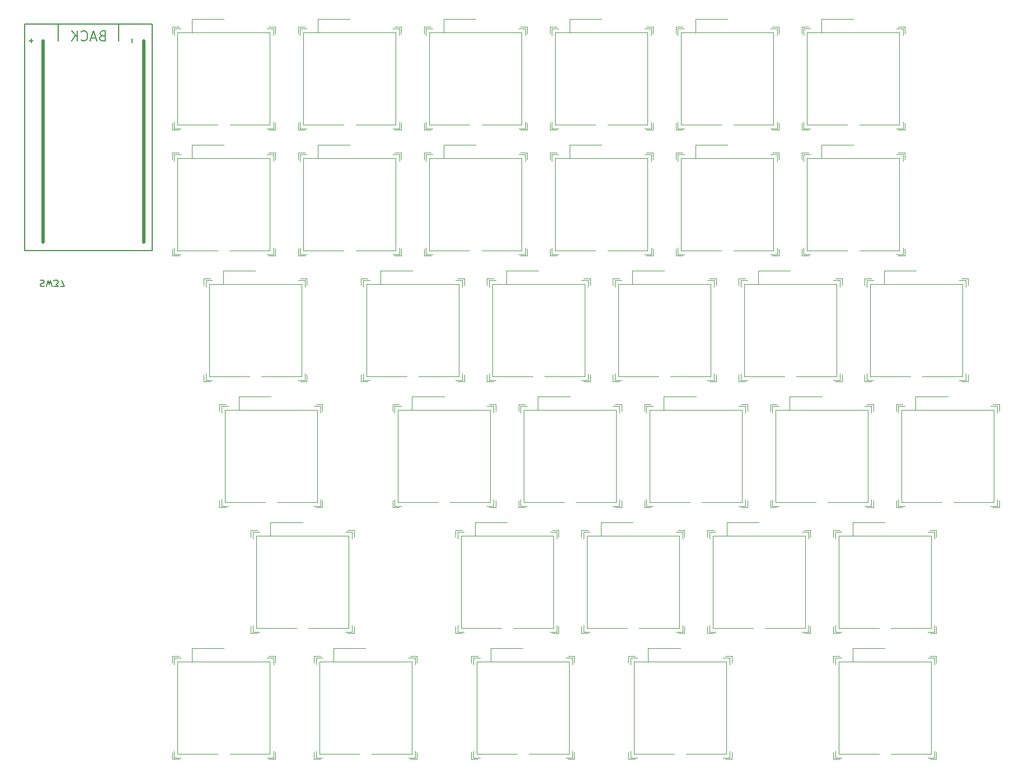
<source format=gbr>
%TF.GenerationSoftware,KiCad,Pcbnew,8.0.6*%
%TF.CreationDate,2025-05-11T12:33:19+09:00*%
%TF.ProjectId,65_split_left,36355f73-706c-4697-945f-6c6566742e6b,rev?*%
%TF.SameCoordinates,PX12f0318PYf8a778*%
%TF.FileFunction,Legend,Bot*%
%TF.FilePolarity,Positive*%
%FSLAX46Y46*%
G04 Gerber Fmt 4.6, Leading zero omitted, Abs format (unit mm)*
G04 Created by KiCad (PCBNEW 8.0.6) date 2025-05-11 12:33:19*
%MOMM*%
%LPD*%
G01*
G04 APERTURE LIST*
%ADD10C,0.200000*%
%ADD11C,0.150000*%
%ADD12C,0.120000*%
%ADD13C,0.500000*%
G04 APERTURE END LIST*
D10*
X14537714Y-3072814D02*
X14323428Y-3144242D01*
X14323428Y-3144242D02*
X14251999Y-3215671D01*
X14251999Y-3215671D02*
X14180571Y-3358528D01*
X14180571Y-3358528D02*
X14180571Y-3572814D01*
X14180571Y-3572814D02*
X14251999Y-3715671D01*
X14251999Y-3715671D02*
X14323428Y-3787100D01*
X14323428Y-3787100D02*
X14466285Y-3858528D01*
X14466285Y-3858528D02*
X15037714Y-3858528D01*
X15037714Y-3858528D02*
X15037714Y-2358528D01*
X15037714Y-2358528D02*
X14537714Y-2358528D01*
X14537714Y-2358528D02*
X14394857Y-2429957D01*
X14394857Y-2429957D02*
X14323428Y-2501385D01*
X14323428Y-2501385D02*
X14251999Y-2644242D01*
X14251999Y-2644242D02*
X14251999Y-2787100D01*
X14251999Y-2787100D02*
X14323428Y-2929957D01*
X14323428Y-2929957D02*
X14394857Y-3001385D01*
X14394857Y-3001385D02*
X14537714Y-3072814D01*
X14537714Y-3072814D02*
X15037714Y-3072814D01*
X13609142Y-3429957D02*
X12894857Y-3429957D01*
X13751999Y-3858528D02*
X13251999Y-2358528D01*
X13251999Y-2358528D02*
X12751999Y-3858528D01*
X11394857Y-3715671D02*
X11466285Y-3787100D01*
X11466285Y-3787100D02*
X11680571Y-3858528D01*
X11680571Y-3858528D02*
X11823428Y-3858528D01*
X11823428Y-3858528D02*
X12037714Y-3787100D01*
X12037714Y-3787100D02*
X12180571Y-3644242D01*
X12180571Y-3644242D02*
X12252000Y-3501385D01*
X12252000Y-3501385D02*
X12323428Y-3215671D01*
X12323428Y-3215671D02*
X12323428Y-3001385D01*
X12323428Y-3001385D02*
X12252000Y-2715671D01*
X12252000Y-2715671D02*
X12180571Y-2572814D01*
X12180571Y-2572814D02*
X12037714Y-2429957D01*
X12037714Y-2429957D02*
X11823428Y-2358528D01*
X11823428Y-2358528D02*
X11680571Y-2358528D01*
X11680571Y-2358528D02*
X11466285Y-2429957D01*
X11466285Y-2429957D02*
X11394857Y-2501385D01*
X10752000Y-3858528D02*
X10752000Y-2358528D01*
X9894857Y-3858528D02*
X10537714Y-3001385D01*
X9894857Y-2358528D02*
X10752000Y-3215671D01*
D11*
X3808466Y-4114761D02*
X3808466Y-3505238D01*
X3503704Y-3809999D02*
X4113228Y-3809999D01*
X19048466Y-4114761D02*
X19048466Y-3505238D01*
X5190476Y-40092800D02*
X5333333Y-40045180D01*
X5333333Y-40045180D02*
X5571428Y-40045180D01*
X5571428Y-40045180D02*
X5666666Y-40092800D01*
X5666666Y-40092800D02*
X5714285Y-40140419D01*
X5714285Y-40140419D02*
X5761904Y-40235657D01*
X5761904Y-40235657D02*
X5761904Y-40330895D01*
X5761904Y-40330895D02*
X5714285Y-40426133D01*
X5714285Y-40426133D02*
X5666666Y-40473752D01*
X5666666Y-40473752D02*
X5571428Y-40521371D01*
X5571428Y-40521371D02*
X5380952Y-40568990D01*
X5380952Y-40568990D02*
X5285714Y-40616609D01*
X5285714Y-40616609D02*
X5238095Y-40664228D01*
X5238095Y-40664228D02*
X5190476Y-40759466D01*
X5190476Y-40759466D02*
X5190476Y-40854704D01*
X5190476Y-40854704D02*
X5238095Y-40949942D01*
X5238095Y-40949942D02*
X5285714Y-40997561D01*
X5285714Y-40997561D02*
X5380952Y-41045180D01*
X5380952Y-41045180D02*
X5619047Y-41045180D01*
X5619047Y-41045180D02*
X5761904Y-40997561D01*
X6095238Y-41045180D02*
X6333333Y-40045180D01*
X6333333Y-40045180D02*
X6523809Y-40759466D01*
X6523809Y-40759466D02*
X6714285Y-40045180D01*
X6714285Y-40045180D02*
X6952381Y-41045180D01*
X7238095Y-41045180D02*
X7857142Y-41045180D01*
X7857142Y-41045180D02*
X7523809Y-40664228D01*
X7523809Y-40664228D02*
X7666666Y-40664228D01*
X7666666Y-40664228D02*
X7761904Y-40616609D01*
X7761904Y-40616609D02*
X7809523Y-40568990D01*
X7809523Y-40568990D02*
X7857142Y-40473752D01*
X7857142Y-40473752D02*
X7857142Y-40235657D01*
X7857142Y-40235657D02*
X7809523Y-40140419D01*
X7809523Y-40140419D02*
X7761904Y-40092800D01*
X7761904Y-40092800D02*
X7666666Y-40045180D01*
X7666666Y-40045180D02*
X7380952Y-40045180D01*
X7380952Y-40045180D02*
X7285714Y-40092800D01*
X7285714Y-40092800D02*
X7238095Y-40140419D01*
X8190476Y-41045180D02*
X8857142Y-41045180D01*
X8857142Y-41045180D02*
X8428571Y-40045180D01*
D12*
%TO.C,SW32*%
X70392750Y-97975000D02*
X70392750Y-96975000D01*
X70392750Y-111575000D02*
X70392750Y-112575000D01*
X70692750Y-98275000D02*
X70692750Y-97275000D01*
X70692750Y-111350000D02*
X70692750Y-112350000D01*
X71207750Y-97790000D02*
X85177750Y-97790000D01*
X71207750Y-111760000D02*
X71207750Y-97790000D01*
X71392750Y-96975000D02*
X70392750Y-96975000D01*
X71392750Y-112575000D02*
X70392750Y-112575000D01*
X71692750Y-97275000D02*
X70692750Y-97275000D01*
X71692750Y-112350000D02*
X70692750Y-112350000D01*
X73332750Y-97775000D02*
X73332750Y-95775000D01*
X77292750Y-111760000D02*
X71207750Y-111760000D01*
X78192750Y-95775000D02*
X73332750Y-95775000D01*
X84692750Y-97275000D02*
X85692750Y-97275000D01*
X84692750Y-112350000D02*
X85692750Y-112350000D01*
X84992750Y-96975000D02*
X85992750Y-96975000D01*
X84992750Y-112575000D02*
X85992750Y-112575000D01*
X85177750Y-97790000D02*
X85177750Y-111760000D01*
X85177750Y-111760000D02*
X79092750Y-111760000D01*
X85692750Y-98275000D02*
X85692750Y-97275000D01*
X85692750Y-111350000D02*
X85692750Y-112350000D01*
X85992750Y-97975000D02*
X85992750Y-96975000D01*
X85992750Y-111575000D02*
X85992750Y-112575000D01*
%TO.C,SW28*%
X106111500Y-78925000D02*
X106111500Y-77925000D01*
X106111500Y-92525000D02*
X106111500Y-93525000D01*
X106411500Y-79225000D02*
X106411500Y-78225000D01*
X106411500Y-92300000D02*
X106411500Y-93300000D01*
X106926500Y-78740000D02*
X120896500Y-78740000D01*
X106926500Y-92710000D02*
X106926500Y-78740000D01*
X107111500Y-77925000D02*
X106111500Y-77925000D01*
X107111500Y-93525000D02*
X106111500Y-93525000D01*
X107411500Y-78225000D02*
X106411500Y-78225000D01*
X107411500Y-93300000D02*
X106411500Y-93300000D01*
X109051500Y-78725000D02*
X109051500Y-76725000D01*
X113011500Y-92710000D02*
X106926500Y-92710000D01*
X113911500Y-76725000D02*
X109051500Y-76725000D01*
X120411500Y-78225000D02*
X121411500Y-78225000D01*
X120411500Y-93300000D02*
X121411500Y-93300000D01*
X120711500Y-77925000D02*
X121711500Y-77925000D01*
X120711500Y-93525000D02*
X121711500Y-93525000D01*
X120896500Y-78740000D02*
X120896500Y-92710000D01*
X120896500Y-92710000D02*
X114811500Y-92710000D01*
X121411500Y-79225000D02*
X121411500Y-78225000D01*
X121411500Y-92300000D02*
X121411500Y-93300000D01*
X121711500Y-78925000D02*
X121711500Y-77925000D01*
X121711500Y-92525000D02*
X121711500Y-93525000D01*
%TO.C,SW11*%
X101349000Y-21775000D02*
X101349000Y-20775000D01*
X101349000Y-35375000D02*
X101349000Y-36375000D01*
X101649000Y-22075000D02*
X101649000Y-21075000D01*
X101649000Y-35150000D02*
X101649000Y-36150000D01*
X102164000Y-21590000D02*
X116134000Y-21590000D01*
X102164000Y-35560000D02*
X102164000Y-21590000D01*
X102349000Y-20775000D02*
X101349000Y-20775000D01*
X102349000Y-36375000D02*
X101349000Y-36375000D01*
X102649000Y-21075000D02*
X101649000Y-21075000D01*
X102649000Y-36150000D02*
X101649000Y-36150000D01*
X104289000Y-21575000D02*
X104289000Y-19575000D01*
X108249000Y-35560000D02*
X102164000Y-35560000D01*
X109149000Y-19575000D02*
X104289000Y-19575000D01*
X115649000Y-21075000D02*
X116649000Y-21075000D01*
X115649000Y-36150000D02*
X116649000Y-36150000D01*
X115949000Y-20775000D02*
X116949000Y-20775000D01*
X115949000Y-36375000D02*
X116949000Y-36375000D01*
X116134000Y-21590000D02*
X116134000Y-35560000D01*
X116134000Y-35560000D02*
X110049000Y-35560000D01*
X116649000Y-22075000D02*
X116649000Y-21075000D01*
X116649000Y-35150000D02*
X116649000Y-36150000D01*
X116949000Y-21775000D02*
X116949000Y-20775000D01*
X116949000Y-35375000D02*
X116949000Y-36375000D01*
%TO.C,SW20*%
X58486500Y-59875000D02*
X58486500Y-58875000D01*
X58486500Y-73475000D02*
X58486500Y-74475000D01*
X58786500Y-60175000D02*
X58786500Y-59175000D01*
X58786500Y-73250000D02*
X58786500Y-74250000D01*
X59301500Y-59690000D02*
X73271500Y-59690000D01*
X59301500Y-73660000D02*
X59301500Y-59690000D01*
X59486500Y-58875000D02*
X58486500Y-58875000D01*
X59486500Y-74475000D02*
X58486500Y-74475000D01*
X59786500Y-59175000D02*
X58786500Y-59175000D01*
X59786500Y-74250000D02*
X58786500Y-74250000D01*
X61426500Y-59675000D02*
X61426500Y-57675000D01*
X65386500Y-73660000D02*
X59301500Y-73660000D01*
X66286500Y-57675000D02*
X61426500Y-57675000D01*
X72786500Y-59175000D02*
X73786500Y-59175000D01*
X72786500Y-74250000D02*
X73786500Y-74250000D01*
X73086500Y-58875000D02*
X74086500Y-58875000D01*
X73086500Y-74475000D02*
X74086500Y-74475000D01*
X73271500Y-59690000D02*
X73271500Y-73660000D01*
X73271500Y-73660000D02*
X67186500Y-73660000D01*
X73786500Y-60175000D02*
X73786500Y-59175000D01*
X73786500Y-73250000D02*
X73786500Y-74250000D01*
X74086500Y-59875000D02*
X74086500Y-58875000D01*
X74086500Y-73475000D02*
X74086500Y-74475000D01*
%TO.C,SW9*%
X63249000Y-21775000D02*
X63249000Y-20775000D01*
X63249000Y-35375000D02*
X63249000Y-36375000D01*
X63549000Y-22075000D02*
X63549000Y-21075000D01*
X63549000Y-35150000D02*
X63549000Y-36150000D01*
X64064000Y-21590000D02*
X78034000Y-21590000D01*
X64064000Y-35560000D02*
X64064000Y-21590000D01*
X64249000Y-20775000D02*
X63249000Y-20775000D01*
X64249000Y-36375000D02*
X63249000Y-36375000D01*
X64549000Y-21075000D02*
X63549000Y-21075000D01*
X64549000Y-36150000D02*
X63549000Y-36150000D01*
X66189000Y-21575000D02*
X66189000Y-19575000D01*
X70149000Y-35560000D02*
X64064000Y-35560000D01*
X71049000Y-19575000D02*
X66189000Y-19575000D01*
X77549000Y-21075000D02*
X78549000Y-21075000D01*
X77549000Y-36150000D02*
X78549000Y-36150000D01*
X77849000Y-20775000D02*
X78849000Y-20775000D01*
X77849000Y-36375000D02*
X78849000Y-36375000D01*
X78034000Y-21590000D02*
X78034000Y-35560000D01*
X78034000Y-35560000D02*
X71949000Y-35560000D01*
X78549000Y-22075000D02*
X78549000Y-21075000D01*
X78549000Y-35150000D02*
X78549000Y-36150000D01*
X78849000Y-21775000D02*
X78849000Y-20775000D01*
X78849000Y-35375000D02*
X78849000Y-36375000D01*
%TO.C,SW29*%
X125161500Y-78925000D02*
X125161500Y-77925000D01*
X125161500Y-92525000D02*
X125161500Y-93525000D01*
X125461500Y-79225000D02*
X125461500Y-78225000D01*
X125461500Y-92300000D02*
X125461500Y-93300000D01*
X125976500Y-78740000D02*
X139946500Y-78740000D01*
X125976500Y-92710000D02*
X125976500Y-78740000D01*
X126161500Y-77925000D02*
X125161500Y-77925000D01*
X126161500Y-93525000D02*
X125161500Y-93525000D01*
X126461500Y-78225000D02*
X125461500Y-78225000D01*
X126461500Y-93300000D02*
X125461500Y-93300000D01*
X128101500Y-78725000D02*
X128101500Y-76725000D01*
X132061500Y-92710000D02*
X125976500Y-92710000D01*
X132961500Y-76725000D02*
X128101500Y-76725000D01*
X139461500Y-78225000D02*
X140461500Y-78225000D01*
X139461500Y-93300000D02*
X140461500Y-93300000D01*
X139761500Y-77925000D02*
X140761500Y-77925000D01*
X139761500Y-93525000D02*
X140761500Y-93525000D01*
X139946500Y-78740000D02*
X139946500Y-92710000D01*
X139946500Y-92710000D02*
X133861500Y-92710000D01*
X140461500Y-79225000D02*
X140461500Y-78225000D01*
X140461500Y-92300000D02*
X140461500Y-93300000D01*
X140761500Y-78925000D02*
X140761500Y-77925000D01*
X140761500Y-92525000D02*
X140761500Y-93525000D01*
%TO.C,SW18*%
X129924000Y-40825000D02*
X129924000Y-39825000D01*
X129924000Y-54425000D02*
X129924000Y-55425000D01*
X130224000Y-41125000D02*
X130224000Y-40125000D01*
X130224000Y-54200000D02*
X130224000Y-55200000D01*
X130739000Y-40640000D02*
X144709000Y-40640000D01*
X130739000Y-54610000D02*
X130739000Y-40640000D01*
X130924000Y-39825000D02*
X129924000Y-39825000D01*
X130924000Y-55425000D02*
X129924000Y-55425000D01*
X131224000Y-40125000D02*
X130224000Y-40125000D01*
X131224000Y-55200000D02*
X130224000Y-55200000D01*
X132864000Y-40625000D02*
X132864000Y-38625000D01*
X136824000Y-54610000D02*
X130739000Y-54610000D01*
X137724000Y-38625000D02*
X132864000Y-38625000D01*
X144224000Y-40125000D02*
X145224000Y-40125000D01*
X144224000Y-55200000D02*
X145224000Y-55200000D01*
X144524000Y-39825000D02*
X145524000Y-39825000D01*
X144524000Y-55425000D02*
X145524000Y-55425000D01*
X144709000Y-40640000D02*
X144709000Y-54610000D01*
X144709000Y-54610000D02*
X138624000Y-54610000D01*
X145224000Y-41125000D02*
X145224000Y-40125000D01*
X145224000Y-54200000D02*
X145224000Y-55200000D01*
X145524000Y-40825000D02*
X145524000Y-39825000D01*
X145524000Y-54425000D02*
X145524000Y-55425000D01*
%TO.C,SW21*%
X77536500Y-59875000D02*
X77536500Y-58875000D01*
X77536500Y-73475000D02*
X77536500Y-74475000D01*
X77836500Y-60175000D02*
X77836500Y-59175000D01*
X77836500Y-73250000D02*
X77836500Y-74250000D01*
X78351500Y-59690000D02*
X92321500Y-59690000D01*
X78351500Y-73660000D02*
X78351500Y-59690000D01*
X78536500Y-58875000D02*
X77536500Y-58875000D01*
X78536500Y-74475000D02*
X77536500Y-74475000D01*
X78836500Y-59175000D02*
X77836500Y-59175000D01*
X78836500Y-74250000D02*
X77836500Y-74250000D01*
X80476500Y-59675000D02*
X80476500Y-57675000D01*
X84436500Y-73660000D02*
X78351500Y-73660000D01*
X85336500Y-57675000D02*
X80476500Y-57675000D01*
X91836500Y-59175000D02*
X92836500Y-59175000D01*
X91836500Y-74250000D02*
X92836500Y-74250000D01*
X92136500Y-58875000D02*
X93136500Y-58875000D01*
X92136500Y-74475000D02*
X93136500Y-74475000D01*
X92321500Y-59690000D02*
X92321500Y-73660000D01*
X92321500Y-73660000D02*
X86236500Y-73660000D01*
X92836500Y-60175000D02*
X92836500Y-59175000D01*
X92836500Y-73250000D02*
X92836500Y-74250000D01*
X93136500Y-59875000D02*
X93136500Y-58875000D01*
X93136500Y-73475000D02*
X93136500Y-74475000D01*
%TO.C,SW3*%
X63249000Y-2725000D02*
X63249000Y-1725000D01*
X63249000Y-16325000D02*
X63249000Y-17325000D01*
X63549000Y-3025000D02*
X63549000Y-2025000D01*
X63549000Y-16100000D02*
X63549000Y-17100000D01*
X64064000Y-2540000D02*
X78034000Y-2540000D01*
X64064000Y-16510000D02*
X64064000Y-2540000D01*
X64249000Y-1725000D02*
X63249000Y-1725000D01*
X64249000Y-17325000D02*
X63249000Y-17325000D01*
X64549000Y-2025000D02*
X63549000Y-2025000D01*
X64549000Y-17100000D02*
X63549000Y-17100000D01*
X66189000Y-2525000D02*
X66189000Y-525000D01*
X70149000Y-16510000D02*
X64064000Y-16510000D01*
X71049000Y-525000D02*
X66189000Y-525000D01*
X77549000Y-2025000D02*
X78549000Y-2025000D01*
X77549000Y-17100000D02*
X78549000Y-17100000D01*
X77849000Y-1725000D02*
X78849000Y-1725000D01*
X77849000Y-17325000D02*
X78849000Y-17325000D01*
X78034000Y-2540000D02*
X78034000Y-16510000D01*
X78034000Y-16510000D02*
X71949000Y-16510000D01*
X78549000Y-3025000D02*
X78549000Y-2025000D01*
X78549000Y-16100000D02*
X78549000Y-17100000D01*
X78849000Y-2725000D02*
X78849000Y-1725000D01*
X78849000Y-16325000D02*
X78849000Y-17325000D01*
%TO.C,SW34*%
X125161500Y-97975000D02*
X125161500Y-96975000D01*
X125161500Y-111575000D02*
X125161500Y-112575000D01*
X125461500Y-98275000D02*
X125461500Y-97275000D01*
X125461500Y-111350000D02*
X125461500Y-112350000D01*
X125976500Y-97790000D02*
X139946500Y-97790000D01*
X125976500Y-111760000D02*
X125976500Y-97790000D01*
X126161500Y-96975000D02*
X125161500Y-96975000D01*
X126161500Y-112575000D02*
X125161500Y-112575000D01*
X126461500Y-97275000D02*
X125461500Y-97275000D01*
X126461500Y-112350000D02*
X125461500Y-112350000D01*
X128101500Y-97775000D02*
X128101500Y-95775000D01*
X132061500Y-111760000D02*
X125976500Y-111760000D01*
X132961500Y-95775000D02*
X128101500Y-95775000D01*
X139461500Y-97275000D02*
X140461500Y-97275000D01*
X139461500Y-112350000D02*
X140461500Y-112350000D01*
X139761500Y-96975000D02*
X140761500Y-96975000D01*
X139761500Y-112575000D02*
X140761500Y-112575000D01*
X139946500Y-97790000D02*
X139946500Y-111760000D01*
X139946500Y-111760000D02*
X133861500Y-111760000D01*
X140461500Y-98275000D02*
X140461500Y-97275000D01*
X140461500Y-111350000D02*
X140461500Y-112350000D01*
X140761500Y-97975000D02*
X140761500Y-96975000D01*
X140761500Y-111575000D02*
X140761500Y-112575000D01*
%TO.C,SW14*%
X53724000Y-40825000D02*
X53724000Y-39825000D01*
X53724000Y-54425000D02*
X53724000Y-55425000D01*
X54024000Y-41125000D02*
X54024000Y-40125000D01*
X54024000Y-54200000D02*
X54024000Y-55200000D01*
X54539000Y-40640000D02*
X68509000Y-40640000D01*
X54539000Y-54610000D02*
X54539000Y-40640000D01*
X54724000Y-39825000D02*
X53724000Y-39825000D01*
X54724000Y-55425000D02*
X53724000Y-55425000D01*
X55024000Y-40125000D02*
X54024000Y-40125000D01*
X55024000Y-55200000D02*
X54024000Y-55200000D01*
X56664000Y-40625000D02*
X56664000Y-38625000D01*
X60624000Y-54610000D02*
X54539000Y-54610000D01*
X61524000Y-38625000D02*
X56664000Y-38625000D01*
X68024000Y-40125000D02*
X69024000Y-40125000D01*
X68024000Y-55200000D02*
X69024000Y-55200000D01*
X68324000Y-39825000D02*
X69324000Y-39825000D01*
X68324000Y-55425000D02*
X69324000Y-55425000D01*
X68509000Y-40640000D02*
X68509000Y-54610000D01*
X68509000Y-54610000D02*
X62424000Y-54610000D01*
X69024000Y-41125000D02*
X69024000Y-40125000D01*
X69024000Y-54200000D02*
X69024000Y-55200000D01*
X69324000Y-40825000D02*
X69324000Y-39825000D01*
X69324000Y-54425000D02*
X69324000Y-55425000D01*
%TO.C,SW10*%
X82299000Y-21775000D02*
X82299000Y-20775000D01*
X82299000Y-35375000D02*
X82299000Y-36375000D01*
X82599000Y-22075000D02*
X82599000Y-21075000D01*
X82599000Y-35150000D02*
X82599000Y-36150000D01*
X83114000Y-21590000D02*
X97084000Y-21590000D01*
X83114000Y-35560000D02*
X83114000Y-21590000D01*
X83299000Y-20775000D02*
X82299000Y-20775000D01*
X83299000Y-36375000D02*
X82299000Y-36375000D01*
X83599000Y-21075000D02*
X82599000Y-21075000D01*
X83599000Y-36150000D02*
X82599000Y-36150000D01*
X85239000Y-21575000D02*
X85239000Y-19575000D01*
X89199000Y-35560000D02*
X83114000Y-35560000D01*
X90099000Y-19575000D02*
X85239000Y-19575000D01*
X96599000Y-21075000D02*
X97599000Y-21075000D01*
X96599000Y-36150000D02*
X97599000Y-36150000D01*
X96899000Y-20775000D02*
X97899000Y-20775000D01*
X96899000Y-36375000D02*
X97899000Y-36375000D01*
X97084000Y-21590000D02*
X97084000Y-35560000D01*
X97084000Y-35560000D02*
X90999000Y-35560000D01*
X97599000Y-22075000D02*
X97599000Y-21075000D01*
X97599000Y-35150000D02*
X97599000Y-36150000D01*
X97899000Y-21775000D02*
X97899000Y-20775000D01*
X97899000Y-35375000D02*
X97899000Y-36375000D01*
%TO.C,SW15*%
X72774000Y-40825000D02*
X72774000Y-39825000D01*
X72774000Y-54425000D02*
X72774000Y-55425000D01*
X73074000Y-41125000D02*
X73074000Y-40125000D01*
X73074000Y-54200000D02*
X73074000Y-55200000D01*
X73589000Y-40640000D02*
X87559000Y-40640000D01*
X73589000Y-54610000D02*
X73589000Y-40640000D01*
X73774000Y-39825000D02*
X72774000Y-39825000D01*
X73774000Y-55425000D02*
X72774000Y-55425000D01*
X74074000Y-40125000D02*
X73074000Y-40125000D01*
X74074000Y-55200000D02*
X73074000Y-55200000D01*
X75714000Y-40625000D02*
X75714000Y-38625000D01*
X79674000Y-54610000D02*
X73589000Y-54610000D01*
X80574000Y-38625000D02*
X75714000Y-38625000D01*
X87074000Y-40125000D02*
X88074000Y-40125000D01*
X87074000Y-55200000D02*
X88074000Y-55200000D01*
X87374000Y-39825000D02*
X88374000Y-39825000D01*
X87374000Y-55425000D02*
X88374000Y-55425000D01*
X87559000Y-40640000D02*
X87559000Y-54610000D01*
X87559000Y-54610000D02*
X81474000Y-54610000D01*
X88074000Y-41125000D02*
X88074000Y-40125000D01*
X88074000Y-54200000D02*
X88074000Y-55200000D01*
X88374000Y-40825000D02*
X88374000Y-39825000D01*
X88374000Y-54425000D02*
X88374000Y-55425000D01*
%TO.C,SW27*%
X87061500Y-78925000D02*
X87061500Y-77925000D01*
X87061500Y-92525000D02*
X87061500Y-93525000D01*
X87361500Y-79225000D02*
X87361500Y-78225000D01*
X87361500Y-92300000D02*
X87361500Y-93300000D01*
X87876500Y-78740000D02*
X101846500Y-78740000D01*
X87876500Y-92710000D02*
X87876500Y-78740000D01*
X88061500Y-77925000D02*
X87061500Y-77925000D01*
X88061500Y-93525000D02*
X87061500Y-93525000D01*
X88361500Y-78225000D02*
X87361500Y-78225000D01*
X88361500Y-93300000D02*
X87361500Y-93300000D01*
X90001500Y-78725000D02*
X90001500Y-76725000D01*
X93961500Y-92710000D02*
X87876500Y-92710000D01*
X94861500Y-76725000D02*
X90001500Y-76725000D01*
X101361500Y-78225000D02*
X102361500Y-78225000D01*
X101361500Y-93300000D02*
X102361500Y-93300000D01*
X101661500Y-77925000D02*
X102661500Y-77925000D01*
X101661500Y-93525000D02*
X102661500Y-93525000D01*
X101846500Y-78740000D02*
X101846500Y-92710000D01*
X101846500Y-92710000D02*
X95761500Y-92710000D01*
X102361500Y-79225000D02*
X102361500Y-78225000D01*
X102361500Y-92300000D02*
X102361500Y-93300000D01*
X102661500Y-78925000D02*
X102661500Y-77925000D01*
X102661500Y-92525000D02*
X102661500Y-93525000D01*
%TO.C,SW8*%
X44199000Y-21775000D02*
X44199000Y-20775000D01*
X44199000Y-35375000D02*
X44199000Y-36375000D01*
X44499000Y-22075000D02*
X44499000Y-21075000D01*
X44499000Y-35150000D02*
X44499000Y-36150000D01*
X45014000Y-21590000D02*
X58984000Y-21590000D01*
X45014000Y-35560000D02*
X45014000Y-21590000D01*
X45199000Y-20775000D02*
X44199000Y-20775000D01*
X45199000Y-36375000D02*
X44199000Y-36375000D01*
X45499000Y-21075000D02*
X44499000Y-21075000D01*
X45499000Y-36150000D02*
X44499000Y-36150000D01*
X47139000Y-21575000D02*
X47139000Y-19575000D01*
X51099000Y-35560000D02*
X45014000Y-35560000D01*
X51999000Y-19575000D02*
X47139000Y-19575000D01*
X58499000Y-21075000D02*
X59499000Y-21075000D01*
X58499000Y-36150000D02*
X59499000Y-36150000D01*
X58799000Y-20775000D02*
X59799000Y-20775000D01*
X58799000Y-36375000D02*
X59799000Y-36375000D01*
X58984000Y-21590000D02*
X58984000Y-35560000D01*
X58984000Y-35560000D02*
X52899000Y-35560000D01*
X59499000Y-22075000D02*
X59499000Y-21075000D01*
X59499000Y-35150000D02*
X59499000Y-36150000D01*
X59799000Y-21775000D02*
X59799000Y-20775000D01*
X59799000Y-35375000D02*
X59799000Y-36375000D01*
%TO.C,SW33*%
X94205250Y-97975000D02*
X94205250Y-96975000D01*
X94205250Y-111575000D02*
X94205250Y-112575000D01*
X94505250Y-98275000D02*
X94505250Y-97275000D01*
X94505250Y-111350000D02*
X94505250Y-112350000D01*
X95020250Y-97790000D02*
X108990250Y-97790000D01*
X95020250Y-111760000D02*
X95020250Y-97790000D01*
X95205250Y-96975000D02*
X94205250Y-96975000D01*
X95205250Y-112575000D02*
X94205250Y-112575000D01*
X95505250Y-97275000D02*
X94505250Y-97275000D01*
X95505250Y-112350000D02*
X94505250Y-112350000D01*
X97145250Y-97775000D02*
X97145250Y-95775000D01*
X101105250Y-111760000D02*
X95020250Y-111760000D01*
X102005250Y-95775000D02*
X97145250Y-95775000D01*
X108505250Y-97275000D02*
X109505250Y-97275000D01*
X108505250Y-112350000D02*
X109505250Y-112350000D01*
X108805250Y-96975000D02*
X109805250Y-96975000D01*
X108805250Y-112575000D02*
X109805250Y-112575000D01*
X108990250Y-97790000D02*
X108990250Y-111760000D01*
X108990250Y-111760000D02*
X102905250Y-111760000D01*
X109505250Y-98275000D02*
X109505250Y-97275000D01*
X109505250Y-111350000D02*
X109505250Y-112350000D01*
X109805250Y-97975000D02*
X109805250Y-96975000D01*
X109805250Y-111575000D02*
X109805250Y-112575000D01*
%TO.C,SW30*%
X25149000Y-97975000D02*
X25149000Y-96975000D01*
X25149000Y-111575000D02*
X25149000Y-112575000D01*
X25449000Y-98275000D02*
X25449000Y-97275000D01*
X25449000Y-111350000D02*
X25449000Y-112350000D01*
X25964000Y-97790000D02*
X39934000Y-97790000D01*
X25964000Y-111760000D02*
X25964000Y-97790000D01*
X26149000Y-96975000D02*
X25149000Y-96975000D01*
X26149000Y-112575000D02*
X25149000Y-112575000D01*
X26449000Y-97275000D02*
X25449000Y-97275000D01*
X26449000Y-112350000D02*
X25449000Y-112350000D01*
X28089000Y-97775000D02*
X28089000Y-95775000D01*
X32049000Y-111760000D02*
X25964000Y-111760000D01*
X32949000Y-95775000D02*
X28089000Y-95775000D01*
X39449000Y-97275000D02*
X40449000Y-97275000D01*
X39449000Y-112350000D02*
X40449000Y-112350000D01*
X39749000Y-96975000D02*
X40749000Y-96975000D01*
X39749000Y-112575000D02*
X40749000Y-112575000D01*
X39934000Y-97790000D02*
X39934000Y-111760000D01*
X39934000Y-111760000D02*
X33849000Y-111760000D01*
X40449000Y-98275000D02*
X40449000Y-97275000D01*
X40449000Y-111350000D02*
X40449000Y-112350000D01*
X40749000Y-97975000D02*
X40749000Y-96975000D01*
X40749000Y-111575000D02*
X40749000Y-112575000D01*
%TO.C,SW4*%
X82299000Y-2725000D02*
X82299000Y-1725000D01*
X82299000Y-16325000D02*
X82299000Y-17325000D01*
X82599000Y-3025000D02*
X82599000Y-2025000D01*
X82599000Y-16100000D02*
X82599000Y-17100000D01*
X83114000Y-2540000D02*
X97084000Y-2540000D01*
X83114000Y-16510000D02*
X83114000Y-2540000D01*
X83299000Y-1725000D02*
X82299000Y-1725000D01*
X83299000Y-17325000D02*
X82299000Y-17325000D01*
X83599000Y-2025000D02*
X82599000Y-2025000D01*
X83599000Y-17100000D02*
X82599000Y-17100000D01*
X85239000Y-2525000D02*
X85239000Y-525000D01*
X89199000Y-16510000D02*
X83114000Y-16510000D01*
X90099000Y-525000D02*
X85239000Y-525000D01*
X96599000Y-2025000D02*
X97599000Y-2025000D01*
X96599000Y-17100000D02*
X97599000Y-17100000D01*
X96899000Y-1725000D02*
X97899000Y-1725000D01*
X96899000Y-17325000D02*
X97899000Y-17325000D01*
X97084000Y-2540000D02*
X97084000Y-16510000D01*
X97084000Y-16510000D02*
X90999000Y-16510000D01*
X97599000Y-3025000D02*
X97599000Y-2025000D01*
X97599000Y-16100000D02*
X97599000Y-17100000D01*
X97899000Y-2725000D02*
X97899000Y-1725000D01*
X97899000Y-16325000D02*
X97899000Y-17325000D01*
%TO.C,SW25*%
X37055250Y-78925000D02*
X37055250Y-77925000D01*
X37055250Y-92525000D02*
X37055250Y-93525000D01*
X37355250Y-79225000D02*
X37355250Y-78225000D01*
X37355250Y-92300000D02*
X37355250Y-93300000D01*
X37870250Y-78740000D02*
X51840250Y-78740000D01*
X37870250Y-92710000D02*
X37870250Y-78740000D01*
X38055250Y-77925000D02*
X37055250Y-77925000D01*
X38055250Y-93525000D02*
X37055250Y-93525000D01*
X38355250Y-78225000D02*
X37355250Y-78225000D01*
X38355250Y-93300000D02*
X37355250Y-93300000D01*
X39995250Y-78725000D02*
X39995250Y-76725000D01*
X43955250Y-92710000D02*
X37870250Y-92710000D01*
X44855250Y-76725000D02*
X39995250Y-76725000D01*
X51355250Y-78225000D02*
X52355250Y-78225000D01*
X51355250Y-93300000D02*
X52355250Y-93300000D01*
X51655250Y-77925000D02*
X52655250Y-77925000D01*
X51655250Y-93525000D02*
X52655250Y-93525000D01*
X51840250Y-78740000D02*
X51840250Y-92710000D01*
X51840250Y-92710000D02*
X45755250Y-92710000D01*
X52355250Y-79225000D02*
X52355250Y-78225000D01*
X52355250Y-92300000D02*
X52355250Y-93300000D01*
X52655250Y-78925000D02*
X52655250Y-77925000D01*
X52655250Y-92525000D02*
X52655250Y-93525000D01*
%TO.C,SW17*%
X110874000Y-40825000D02*
X110874000Y-39825000D01*
X110874000Y-54425000D02*
X110874000Y-55425000D01*
X111174000Y-41125000D02*
X111174000Y-40125000D01*
X111174000Y-54200000D02*
X111174000Y-55200000D01*
X111689000Y-40640000D02*
X125659000Y-40640000D01*
X111689000Y-54610000D02*
X111689000Y-40640000D01*
X111874000Y-39825000D02*
X110874000Y-39825000D01*
X111874000Y-55425000D02*
X110874000Y-55425000D01*
X112174000Y-40125000D02*
X111174000Y-40125000D01*
X112174000Y-55200000D02*
X111174000Y-55200000D01*
X113814000Y-40625000D02*
X113814000Y-38625000D01*
X117774000Y-54610000D02*
X111689000Y-54610000D01*
X118674000Y-38625000D02*
X113814000Y-38625000D01*
X125174000Y-40125000D02*
X126174000Y-40125000D01*
X125174000Y-55200000D02*
X126174000Y-55200000D01*
X125474000Y-39825000D02*
X126474000Y-39825000D01*
X125474000Y-55425000D02*
X126474000Y-55425000D01*
X125659000Y-40640000D02*
X125659000Y-54610000D01*
X125659000Y-54610000D02*
X119574000Y-54610000D01*
X126174000Y-41125000D02*
X126174000Y-40125000D01*
X126174000Y-54200000D02*
X126174000Y-55200000D01*
X126474000Y-40825000D02*
X126474000Y-39825000D01*
X126474000Y-54425000D02*
X126474000Y-55425000D01*
%TO.C,SW26*%
X68011500Y-78925000D02*
X68011500Y-77925000D01*
X68011500Y-92525000D02*
X68011500Y-93525000D01*
X68311500Y-79225000D02*
X68311500Y-78225000D01*
X68311500Y-92300000D02*
X68311500Y-93300000D01*
X68826500Y-78740000D02*
X82796500Y-78740000D01*
X68826500Y-92710000D02*
X68826500Y-78740000D01*
X69011500Y-77925000D02*
X68011500Y-77925000D01*
X69011500Y-93525000D02*
X68011500Y-93525000D01*
X69311500Y-78225000D02*
X68311500Y-78225000D01*
X69311500Y-93300000D02*
X68311500Y-93300000D01*
X70951500Y-78725000D02*
X70951500Y-76725000D01*
X74911500Y-92710000D02*
X68826500Y-92710000D01*
X75811500Y-76725000D02*
X70951500Y-76725000D01*
X82311500Y-78225000D02*
X83311500Y-78225000D01*
X82311500Y-93300000D02*
X83311500Y-93300000D01*
X82611500Y-77925000D02*
X83611500Y-77925000D01*
X82611500Y-93525000D02*
X83611500Y-93525000D01*
X82796500Y-78740000D02*
X82796500Y-92710000D01*
X82796500Y-92710000D02*
X76711500Y-92710000D01*
X83311500Y-79225000D02*
X83311500Y-78225000D01*
X83311500Y-92300000D02*
X83311500Y-93300000D01*
X83611500Y-78925000D02*
X83611500Y-77925000D01*
X83611500Y-92525000D02*
X83611500Y-93525000D01*
%TO.C,SW12*%
X120399000Y-21775000D02*
X120399000Y-20775000D01*
X120399000Y-35375000D02*
X120399000Y-36375000D01*
X120699000Y-22075000D02*
X120699000Y-21075000D01*
X120699000Y-35150000D02*
X120699000Y-36150000D01*
X121214000Y-21590000D02*
X135184000Y-21590000D01*
X121214000Y-35560000D02*
X121214000Y-21590000D01*
X121399000Y-20775000D02*
X120399000Y-20775000D01*
X121399000Y-36375000D02*
X120399000Y-36375000D01*
X121699000Y-21075000D02*
X120699000Y-21075000D01*
X121699000Y-36150000D02*
X120699000Y-36150000D01*
X123339000Y-21575000D02*
X123339000Y-19575000D01*
X127299000Y-35560000D02*
X121214000Y-35560000D01*
X128199000Y-19575000D02*
X123339000Y-19575000D01*
X134699000Y-21075000D02*
X135699000Y-21075000D01*
X134699000Y-36150000D02*
X135699000Y-36150000D01*
X134999000Y-20775000D02*
X135999000Y-20775000D01*
X134999000Y-36375000D02*
X135999000Y-36375000D01*
X135184000Y-21590000D02*
X135184000Y-35560000D01*
X135184000Y-35560000D02*
X129099000Y-35560000D01*
X135699000Y-22075000D02*
X135699000Y-21075000D01*
X135699000Y-35150000D02*
X135699000Y-36150000D01*
X135999000Y-21775000D02*
X135999000Y-20775000D01*
X135999000Y-35375000D02*
X135999000Y-36375000D01*
%TO.C,SW2*%
X44199000Y-2725000D02*
X44199000Y-1725000D01*
X44199000Y-16325000D02*
X44199000Y-17325000D01*
X44499000Y-3025000D02*
X44499000Y-2025000D01*
X44499000Y-16100000D02*
X44499000Y-17100000D01*
X45014000Y-2540000D02*
X58984000Y-2540000D01*
X45014000Y-16510000D02*
X45014000Y-2540000D01*
X45199000Y-1725000D02*
X44199000Y-1725000D01*
X45199000Y-17325000D02*
X44199000Y-17325000D01*
X45499000Y-2025000D02*
X44499000Y-2025000D01*
X45499000Y-17100000D02*
X44499000Y-17100000D01*
X47139000Y-2525000D02*
X47139000Y-525000D01*
X51099000Y-16510000D02*
X45014000Y-16510000D01*
X51999000Y-525000D02*
X47139000Y-525000D01*
X58499000Y-2025000D02*
X59499000Y-2025000D01*
X58499000Y-17100000D02*
X59499000Y-17100000D01*
X58799000Y-1725000D02*
X59799000Y-1725000D01*
X58799000Y-17325000D02*
X59799000Y-17325000D01*
X58984000Y-2540000D02*
X58984000Y-16510000D01*
X58984000Y-16510000D02*
X52899000Y-16510000D01*
X59499000Y-3025000D02*
X59499000Y-2025000D01*
X59499000Y-16100000D02*
X59499000Y-17100000D01*
X59799000Y-2725000D02*
X59799000Y-1725000D01*
X59799000Y-16325000D02*
X59799000Y-17325000D01*
%TO.C,SW6*%
X120399000Y-2725000D02*
X120399000Y-1725000D01*
X120399000Y-16325000D02*
X120399000Y-17325000D01*
X120699000Y-3025000D02*
X120699000Y-2025000D01*
X120699000Y-16100000D02*
X120699000Y-17100000D01*
X121214000Y-2540000D02*
X135184000Y-2540000D01*
X121214000Y-16510000D02*
X121214000Y-2540000D01*
X121399000Y-1725000D02*
X120399000Y-1725000D01*
X121399000Y-17325000D02*
X120399000Y-17325000D01*
X121699000Y-2025000D02*
X120699000Y-2025000D01*
X121699000Y-17100000D02*
X120699000Y-17100000D01*
X123339000Y-2525000D02*
X123339000Y-525000D01*
X127299000Y-16510000D02*
X121214000Y-16510000D01*
X128199000Y-525000D02*
X123339000Y-525000D01*
X134699000Y-2025000D02*
X135699000Y-2025000D01*
X134699000Y-17100000D02*
X135699000Y-17100000D01*
X134999000Y-1725000D02*
X135999000Y-1725000D01*
X134999000Y-17325000D02*
X135999000Y-17325000D01*
X135184000Y-2540000D02*
X135184000Y-16510000D01*
X135184000Y-16510000D02*
X129099000Y-16510000D01*
X135699000Y-3025000D02*
X135699000Y-2025000D01*
X135699000Y-16100000D02*
X135699000Y-17100000D01*
X135999000Y-2725000D02*
X135999000Y-1725000D01*
X135999000Y-16325000D02*
X135999000Y-17325000D01*
%TO.C,SW5*%
X101349000Y-2725000D02*
X101349000Y-1725000D01*
X101349000Y-16325000D02*
X101349000Y-17325000D01*
X101649000Y-3025000D02*
X101649000Y-2025000D01*
X101649000Y-16100000D02*
X101649000Y-17100000D01*
X102164000Y-2540000D02*
X116134000Y-2540000D01*
X102164000Y-16510000D02*
X102164000Y-2540000D01*
X102349000Y-1725000D02*
X101349000Y-1725000D01*
X102349000Y-17325000D02*
X101349000Y-17325000D01*
X102649000Y-2025000D02*
X101649000Y-2025000D01*
X102649000Y-17100000D02*
X101649000Y-17100000D01*
X104289000Y-2525000D02*
X104289000Y-525000D01*
X108249000Y-16510000D02*
X102164000Y-16510000D01*
X109149000Y-525000D02*
X104289000Y-525000D01*
X115649000Y-2025000D02*
X116649000Y-2025000D01*
X115649000Y-17100000D02*
X116649000Y-17100000D01*
X115949000Y-1725000D02*
X116949000Y-1725000D01*
X115949000Y-17325000D02*
X116949000Y-17325000D01*
X116134000Y-2540000D02*
X116134000Y-16510000D01*
X116134000Y-16510000D02*
X110049000Y-16510000D01*
X116649000Y-3025000D02*
X116649000Y-2025000D01*
X116649000Y-16100000D02*
X116649000Y-17100000D01*
X116949000Y-2725000D02*
X116949000Y-1725000D01*
X116949000Y-16325000D02*
X116949000Y-17325000D01*
%TO.C,SW24*%
X134686500Y-59875000D02*
X134686500Y-58875000D01*
X134686500Y-73475000D02*
X134686500Y-74475000D01*
X134986500Y-60175000D02*
X134986500Y-59175000D01*
X134986500Y-73250000D02*
X134986500Y-74250000D01*
X135501500Y-59690000D02*
X149471500Y-59690000D01*
X135501500Y-73660000D02*
X135501500Y-59690000D01*
X135686500Y-58875000D02*
X134686500Y-58875000D01*
X135686500Y-74475000D02*
X134686500Y-74475000D01*
X135986500Y-59175000D02*
X134986500Y-59175000D01*
X135986500Y-74250000D02*
X134986500Y-74250000D01*
X137626500Y-59675000D02*
X137626500Y-57675000D01*
X141586500Y-73660000D02*
X135501500Y-73660000D01*
X142486500Y-57675000D02*
X137626500Y-57675000D01*
X148986500Y-59175000D02*
X149986500Y-59175000D01*
X148986500Y-74250000D02*
X149986500Y-74250000D01*
X149286500Y-58875000D02*
X150286500Y-58875000D01*
X149286500Y-74475000D02*
X150286500Y-74475000D01*
X149471500Y-59690000D02*
X149471500Y-73660000D01*
X149471500Y-73660000D02*
X143386500Y-73660000D01*
X149986500Y-60175000D02*
X149986500Y-59175000D01*
X149986500Y-73250000D02*
X149986500Y-74250000D01*
X150286500Y-59875000D02*
X150286500Y-58875000D01*
X150286500Y-73475000D02*
X150286500Y-74475000D01*
D11*
%TO.C,U1*%
X2850000Y-1270000D02*
X22154000Y-1270000D01*
X2850000Y-35560000D02*
X2850000Y-1270000D01*
D13*
X5644000Y-3809996D02*
X5644000Y-34289996D01*
D11*
X7930000Y-3810000D02*
X7930000Y-1270000D01*
X17074000Y-3810000D02*
X17074000Y-1270000D01*
D13*
X20884000Y-34289996D02*
X20884000Y-3809996D01*
D11*
X22154000Y-35560000D02*
X2850000Y-35560000D01*
X22154000Y-35560000D02*
X22154000Y-1270000D01*
D12*
%TO.C,SW31*%
X46580250Y-97975000D02*
X46580250Y-96975000D01*
X46580250Y-111575000D02*
X46580250Y-112575000D01*
X46880250Y-98275000D02*
X46880250Y-97275000D01*
X46880250Y-111350000D02*
X46880250Y-112350000D01*
X47395250Y-97790000D02*
X61365250Y-97790000D01*
X47395250Y-111760000D02*
X47395250Y-97790000D01*
X47580250Y-96975000D02*
X46580250Y-96975000D01*
X47580250Y-112575000D02*
X46580250Y-112575000D01*
X47880250Y-97275000D02*
X46880250Y-97275000D01*
X47880250Y-112350000D02*
X46880250Y-112350000D01*
X49520250Y-97775000D02*
X49520250Y-95775000D01*
X53480250Y-111760000D02*
X47395250Y-111760000D01*
X54380250Y-95775000D02*
X49520250Y-95775000D01*
X60880250Y-97275000D02*
X61880250Y-97275000D01*
X60880250Y-112350000D02*
X61880250Y-112350000D01*
X61180250Y-96975000D02*
X62180250Y-96975000D01*
X61180250Y-112575000D02*
X62180250Y-112575000D01*
X61365250Y-97790000D02*
X61365250Y-111760000D01*
X61365250Y-111760000D02*
X55280250Y-111760000D01*
X61880250Y-98275000D02*
X61880250Y-97275000D01*
X61880250Y-111350000D02*
X61880250Y-112350000D01*
X62180250Y-97975000D02*
X62180250Y-96975000D01*
X62180250Y-111575000D02*
X62180250Y-112575000D01*
%TO.C,SW22*%
X96586500Y-59875000D02*
X96586500Y-58875000D01*
X96586500Y-73475000D02*
X96586500Y-74475000D01*
X96886500Y-60175000D02*
X96886500Y-59175000D01*
X96886500Y-73250000D02*
X96886500Y-74250000D01*
X97401500Y-59690000D02*
X111371500Y-59690000D01*
X97401500Y-73660000D02*
X97401500Y-59690000D01*
X97586500Y-58875000D02*
X96586500Y-58875000D01*
X97586500Y-74475000D02*
X96586500Y-74475000D01*
X97886500Y-59175000D02*
X96886500Y-59175000D01*
X97886500Y-74250000D02*
X96886500Y-74250000D01*
X99526500Y-59675000D02*
X99526500Y-57675000D01*
X103486500Y-73660000D02*
X97401500Y-73660000D01*
X104386500Y-57675000D02*
X99526500Y-57675000D01*
X110886500Y-59175000D02*
X111886500Y-59175000D01*
X110886500Y-74250000D02*
X111886500Y-74250000D01*
X111186500Y-58875000D02*
X112186500Y-58875000D01*
X111186500Y-74475000D02*
X112186500Y-74475000D01*
X111371500Y-59690000D02*
X111371500Y-73660000D01*
X111371500Y-73660000D02*
X105286500Y-73660000D01*
X111886500Y-60175000D02*
X111886500Y-59175000D01*
X111886500Y-73250000D02*
X111886500Y-74250000D01*
X112186500Y-59875000D02*
X112186500Y-58875000D01*
X112186500Y-73475000D02*
X112186500Y-74475000D01*
%TO.C,SW1*%
X25149000Y-2725000D02*
X25149000Y-1725000D01*
X25149000Y-16325000D02*
X25149000Y-17325000D01*
X25449000Y-3025000D02*
X25449000Y-2025000D01*
X25449000Y-16100000D02*
X25449000Y-17100000D01*
X25964000Y-2540000D02*
X39934000Y-2540000D01*
X25964000Y-16510000D02*
X25964000Y-2540000D01*
X26149000Y-1725000D02*
X25149000Y-1725000D01*
X26149000Y-17325000D02*
X25149000Y-17325000D01*
X26449000Y-2025000D02*
X25449000Y-2025000D01*
X26449000Y-17100000D02*
X25449000Y-17100000D01*
X28089000Y-2525000D02*
X28089000Y-525000D01*
X32049000Y-16510000D02*
X25964000Y-16510000D01*
X32949000Y-525000D02*
X28089000Y-525000D01*
X39449000Y-2025000D02*
X40449000Y-2025000D01*
X39449000Y-17100000D02*
X40449000Y-17100000D01*
X39749000Y-1725000D02*
X40749000Y-1725000D01*
X39749000Y-17325000D02*
X40749000Y-17325000D01*
X39934000Y-2540000D02*
X39934000Y-16510000D01*
X39934000Y-16510000D02*
X33849000Y-16510000D01*
X40449000Y-3025000D02*
X40449000Y-2025000D01*
X40449000Y-16100000D02*
X40449000Y-17100000D01*
X40749000Y-2725000D02*
X40749000Y-1725000D01*
X40749000Y-16325000D02*
X40749000Y-17325000D01*
%TO.C,SW13*%
X29911500Y-40825000D02*
X29911500Y-39825000D01*
X29911500Y-54425000D02*
X29911500Y-55425000D01*
X30211500Y-41125000D02*
X30211500Y-40125000D01*
X30211500Y-54200000D02*
X30211500Y-55200000D01*
X30726500Y-40640000D02*
X44696500Y-40640000D01*
X30726500Y-54610000D02*
X30726500Y-40640000D01*
X30911500Y-39825000D02*
X29911500Y-39825000D01*
X30911500Y-55425000D02*
X29911500Y-55425000D01*
X31211500Y-40125000D02*
X30211500Y-40125000D01*
X31211500Y-55200000D02*
X30211500Y-55200000D01*
X32851500Y-40625000D02*
X32851500Y-38625000D01*
X36811500Y-54610000D02*
X30726500Y-54610000D01*
X37711500Y-38625000D02*
X32851500Y-38625000D01*
X44211500Y-40125000D02*
X45211500Y-40125000D01*
X44211500Y-55200000D02*
X45211500Y-55200000D01*
X44511500Y-39825000D02*
X45511500Y-39825000D01*
X44511500Y-55425000D02*
X45511500Y-55425000D01*
X44696500Y-40640000D02*
X44696500Y-54610000D01*
X44696500Y-54610000D02*
X38611500Y-54610000D01*
X45211500Y-41125000D02*
X45211500Y-40125000D01*
X45211500Y-54200000D02*
X45211500Y-55200000D01*
X45511500Y-40825000D02*
X45511500Y-39825000D01*
X45511500Y-54425000D02*
X45511500Y-55425000D01*
%TO.C,SW16*%
X91824000Y-40825000D02*
X91824000Y-39825000D01*
X91824000Y-54425000D02*
X91824000Y-55425000D01*
X92124000Y-41125000D02*
X92124000Y-40125000D01*
X92124000Y-54200000D02*
X92124000Y-55200000D01*
X92639000Y-40640000D02*
X106609000Y-40640000D01*
X92639000Y-54610000D02*
X92639000Y-40640000D01*
X92824000Y-39825000D02*
X91824000Y-39825000D01*
X92824000Y-55425000D02*
X91824000Y-55425000D01*
X93124000Y-40125000D02*
X92124000Y-40125000D01*
X93124000Y-55200000D02*
X92124000Y-55200000D01*
X94764000Y-40625000D02*
X94764000Y-38625000D01*
X98724000Y-54610000D02*
X92639000Y-54610000D01*
X99624000Y-38625000D02*
X94764000Y-38625000D01*
X106124000Y-40125000D02*
X107124000Y-40125000D01*
X106124000Y-55200000D02*
X107124000Y-55200000D01*
X106424000Y-39825000D02*
X107424000Y-39825000D01*
X106424000Y-55425000D02*
X107424000Y-55425000D01*
X106609000Y-40640000D02*
X106609000Y-54610000D01*
X106609000Y-54610000D02*
X100524000Y-54610000D01*
X107124000Y-41125000D02*
X107124000Y-40125000D01*
X107124000Y-54200000D02*
X107124000Y-55200000D01*
X107424000Y-40825000D02*
X107424000Y-39825000D01*
X107424000Y-54425000D02*
X107424000Y-55425000D01*
%TO.C,SW23*%
X115636500Y-59875000D02*
X115636500Y-58875000D01*
X115636500Y-73475000D02*
X115636500Y-74475000D01*
X115936500Y-60175000D02*
X115936500Y-59175000D01*
X115936500Y-73250000D02*
X115936500Y-74250000D01*
X116451500Y-59690000D02*
X130421500Y-59690000D01*
X116451500Y-73660000D02*
X116451500Y-59690000D01*
X116636500Y-58875000D02*
X115636500Y-58875000D01*
X116636500Y-74475000D02*
X115636500Y-74475000D01*
X116936500Y-59175000D02*
X115936500Y-59175000D01*
X116936500Y-74250000D02*
X115936500Y-74250000D01*
X118576500Y-59675000D02*
X118576500Y-57675000D01*
X122536500Y-73660000D02*
X116451500Y-73660000D01*
X123436500Y-57675000D02*
X118576500Y-57675000D01*
X129936500Y-59175000D02*
X130936500Y-59175000D01*
X129936500Y-74250000D02*
X130936500Y-74250000D01*
X130236500Y-58875000D02*
X131236500Y-58875000D01*
X130236500Y-74475000D02*
X131236500Y-74475000D01*
X130421500Y-59690000D02*
X130421500Y-73660000D01*
X130421500Y-73660000D02*
X124336500Y-73660000D01*
X130936500Y-60175000D02*
X130936500Y-59175000D01*
X130936500Y-73250000D02*
X130936500Y-74250000D01*
X131236500Y-59875000D02*
X131236500Y-58875000D01*
X131236500Y-73475000D02*
X131236500Y-74475000D01*
%TO.C,SW19*%
X32292750Y-59875000D02*
X32292750Y-58875000D01*
X32292750Y-73475000D02*
X32292750Y-74475000D01*
X32592750Y-60175000D02*
X32592750Y-59175000D01*
X32592750Y-73250000D02*
X32592750Y-74250000D01*
X33107750Y-59690000D02*
X47077750Y-59690000D01*
X33107750Y-73660000D02*
X33107750Y-59690000D01*
X33292750Y-58875000D02*
X32292750Y-58875000D01*
X33292750Y-74475000D02*
X32292750Y-74475000D01*
X33592750Y-59175000D02*
X32592750Y-59175000D01*
X33592750Y-74250000D02*
X32592750Y-74250000D01*
X35232750Y-59675000D02*
X35232750Y-57675000D01*
X39192750Y-73660000D02*
X33107750Y-73660000D01*
X40092750Y-57675000D02*
X35232750Y-57675000D01*
X46592750Y-59175000D02*
X47592750Y-59175000D01*
X46592750Y-74250000D02*
X47592750Y-74250000D01*
X46892750Y-58875000D02*
X47892750Y-58875000D01*
X46892750Y-74475000D02*
X47892750Y-74475000D01*
X47077750Y-59690000D02*
X47077750Y-73660000D01*
X47077750Y-73660000D02*
X40992750Y-73660000D01*
X47592750Y-60175000D02*
X47592750Y-59175000D01*
X47592750Y-73250000D02*
X47592750Y-74250000D01*
X47892750Y-59875000D02*
X47892750Y-58875000D01*
X47892750Y-73475000D02*
X47892750Y-74475000D01*
%TO.C,SW7*%
X25149000Y-21775000D02*
X25149000Y-20775000D01*
X25149000Y-35375000D02*
X25149000Y-36375000D01*
X25449000Y-22075000D02*
X25449000Y-21075000D01*
X25449000Y-35150000D02*
X25449000Y-36150000D01*
X25964000Y-21590000D02*
X39934000Y-21590000D01*
X25964000Y-35560000D02*
X25964000Y-21590000D01*
X26149000Y-20775000D02*
X25149000Y-20775000D01*
X26149000Y-36375000D02*
X25149000Y-36375000D01*
X26449000Y-21075000D02*
X25449000Y-21075000D01*
X26449000Y-36150000D02*
X25449000Y-36150000D01*
X28089000Y-21575000D02*
X28089000Y-19575000D01*
X32049000Y-35560000D02*
X25964000Y-35560000D01*
X32949000Y-19575000D02*
X28089000Y-19575000D01*
X39449000Y-21075000D02*
X40449000Y-21075000D01*
X39449000Y-36150000D02*
X40449000Y-36150000D01*
X39749000Y-20775000D02*
X40749000Y-20775000D01*
X39749000Y-36375000D02*
X40749000Y-36375000D01*
X39934000Y-21590000D02*
X39934000Y-35560000D01*
X39934000Y-35560000D02*
X33849000Y-35560000D01*
X40449000Y-22075000D02*
X40449000Y-21075000D01*
X40449000Y-35150000D02*
X40449000Y-36150000D01*
X40749000Y-21775000D02*
X40749000Y-20775000D01*
X40749000Y-35375000D02*
X40749000Y-36375000D01*
%TD*%
M02*

</source>
